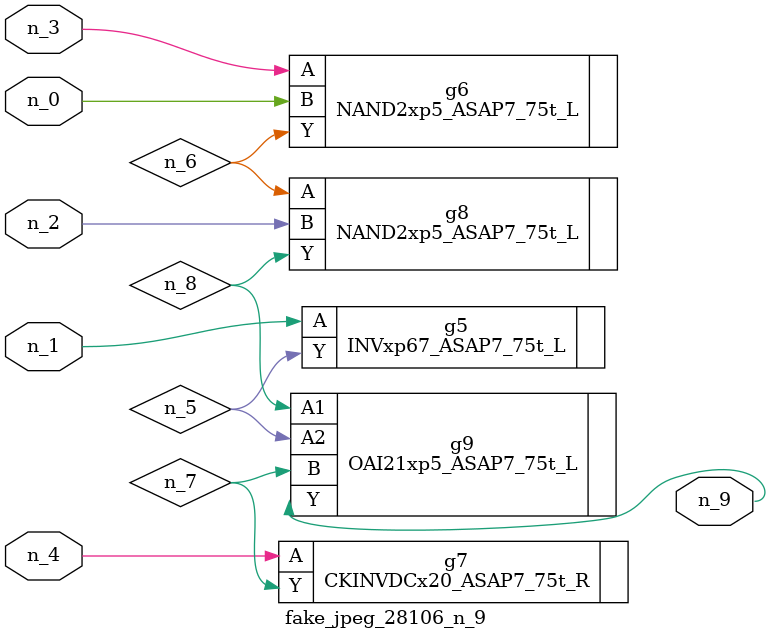
<source format=v>
module fake_jpeg_28106_n_9 (n_3, n_2, n_1, n_0, n_4, n_9);

input n_3;
input n_2;
input n_1;
input n_0;
input n_4;

output n_9;

wire n_8;
wire n_6;
wire n_5;
wire n_7;

INVxp67_ASAP7_75t_L g5 ( 
.A(n_1),
.Y(n_5)
);

NAND2xp5_ASAP7_75t_L g6 ( 
.A(n_3),
.B(n_0),
.Y(n_6)
);

CKINVDCx20_ASAP7_75t_R g7 ( 
.A(n_4),
.Y(n_7)
);

NAND2xp5_ASAP7_75t_L g8 ( 
.A(n_6),
.B(n_2),
.Y(n_8)
);

OAI21xp5_ASAP7_75t_L g9 ( 
.A1(n_8),
.A2(n_5),
.B(n_7),
.Y(n_9)
);


endmodule
</source>
